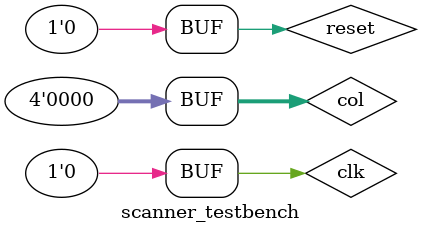
<source format=sv>
`timescale 1ns/1ns
module scanner_testbench();
    logic clk, reset;
    logic [3:0] col;
    logic [3:0] row;
    logic [4:0] button;

    // instantiate device under test
    scanner dut(clk, reset, col, row, button);

    // generate clock ~12MHz
    always begin
        clk = 1; #83;
        clk = 0; #83;
    end

    initial begin
        reset = 1; #69; reset = 0;
        #20
        col = 4'b1000;
        #1110000
        col = 4'b0000;
        #1001111
        col = 4'b0001;
        #1100000
        col = 4'b0011;
        #1000100
        col = 4'b0000;
        #1000000
        col = 4'b0100;
        #1000000
        col = 4'b0000;
        #9900000
        col = 4'b0001;
        #6002000
        col = 4'b0000;
        #1100600
        col = 4'b0001;
        #1001000
        col = 4'b0000;
        #4000300
        col = 4'b0001;
        #1111111
        col = 4'b0000;
        #394271
        col = 4'b0001;
        #1462638
        col = 4'b0000;
        #4206969
        col = 4'b0001;
        #2000000
        col = 4'b0000;
    end

endmodule
</source>
